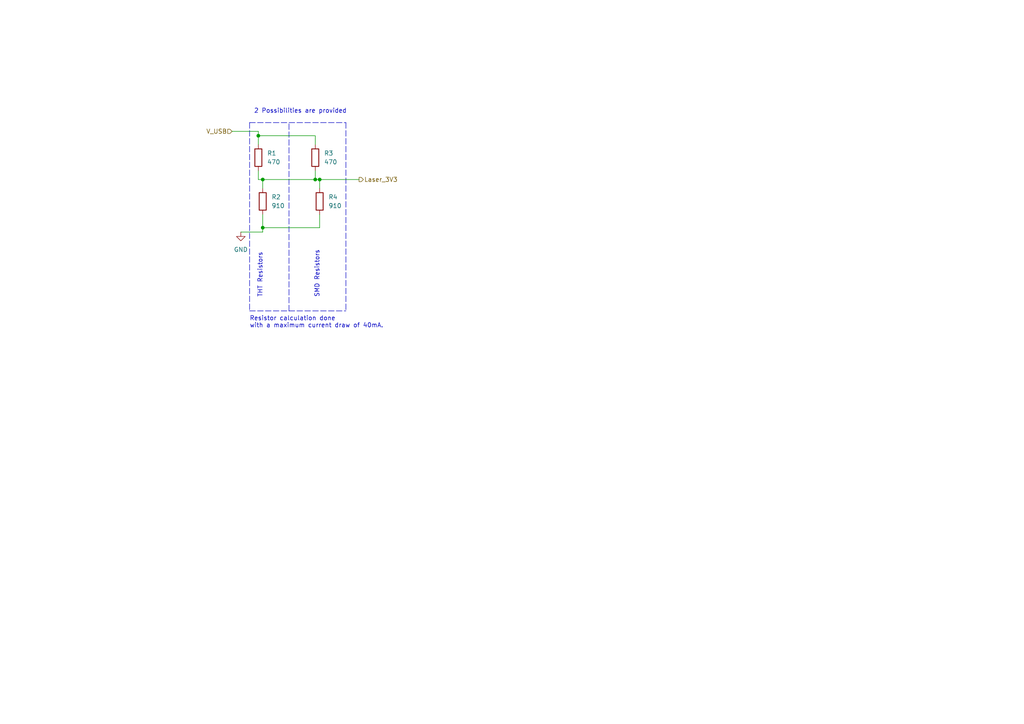
<source format=kicad_sch>
(kicad_sch (version 20211123) (generator eeschema)
  (paper "A4")
  (title_block (title "RacingLapTimer") (date "2022-11-11") (rev "1"))
  (lib_symbols
    (symbol "Device:R" (pin_numbers hide) (pin_names (offset 0))
      (property "Reference" "R" (at 2.032 0 90))
      (property "Value" "R" (at 0 0 90))
      (symbol "R_0_1"
        (rectangle (start -1.016 -2.54) (end 1.016 2.54) (stroke (width 0.254)))
      )
      (symbol "R_1_1"
        (pin passive line (at 0 3.81 270) (length 1.27) (name "~") (number "1"))
        (pin passive line (at 0 -3.81 90) (length 1.27) (name "~") (number "2"))
      )
    )
    (symbol "power:GND" (power) (pin_names (offset 0))
      (property "Value" "GND" (at 0 -3.81 0))
      (symbol "GND_0_1"
        (polyline (pts (xy 0 0) (xy 0 -1.27) (xy 1.27 -1.27) (xy 0 -2.54) (xy -1.27 -1.27) (xy 0 -1.27)))
      )
      (symbol "GND_1_1"
        (pin power_in line (at 0 0 270) (length 0) hide (name "GND") (number "1"))
      )
    )
  )
  (junction (at 76.2 52.07))
  (junction (at 76.2 66.04))
  (junction (at 74.93 39.37))
  (junction (at 92.71 52.07))
  (junction (at 91.44 52.07))
  (wire (pts (xy 74.93 49.53) (xy 74.93 52.07)))
  (polyline (pts (xy 100.33 35.56) (xy 100.33 90.17)))
  (wire (pts (xy 91.44 39.37) (xy 74.93 39.37)))
  (wire (pts (xy 92.71 52.07) (xy 104.14 52.07)))
  (polyline (pts (xy 83.82 90.17) (xy 100.33 90.17)))
  (wire (pts (xy 91.44 39.37) (xy 91.44 41.91)))
  (polyline (pts (xy 72.39 35.56) (xy 100.33 35.56)))
  (wire (pts (xy 76.2 52.07) (xy 91.44 52.07)))
  (wire (pts (xy 76.2 52.07) (xy 76.2 54.61)))
  (wire (pts (xy 76.2 67.31) (xy 76.2 66.04)))
  (wire (pts (xy 74.93 38.1) (xy 74.93 39.37)))
  (wire (pts (xy 74.93 52.07) (xy 76.2 52.07)))
  (wire (pts (xy 92.71 62.23) (xy 92.71 66.04)))
  (wire (pts (xy 92.71 52.07) (xy 92.71 54.61)))
  (polyline (pts (xy 72.39 90.17) (xy 83.82 90.17)))
  (polyline (pts (xy 83.82 90.17) (xy 83.82 35.56)))
  (wire (pts (xy 76.2 66.04) (xy 92.71 66.04)))
  (wire (pts (xy 91.44 49.53) (xy 91.44 52.07)))
  (polyline (pts (xy 72.39 35.56) (xy 72.39 90.17)))
  (wire (pts (xy 76.2 62.23) (xy 76.2 66.04)))
  (wire (pts (xy 91.44 52.07) (xy 92.71 52.07)))
  (wire (pts (xy 74.93 39.37) (xy 74.93 41.91)))
  (wire (pts (xy 69.85 67.31) (xy 76.2 67.31)))
  (wire (pts (xy 67.31 38.1) (xy 74.93 38.1)))
  (text "SMD Resistors" (at 92.71 86.36 90) (effects (font (size 1.27 1.27)) (justify left bottom)))
  (text "2 Possibilities are provided" (at 73.66 33.02 0) (effects (font (size 1.27 1.27)) (justify left bottom)))
  (text "THT Resistors" (at 76.2 86.36 90) (effects (font (size 1.27 1.27)) (justify left bottom)))
  (text "Resistor calculation done \nwith a maximum current draw of 40mA." (at 72.39 95.25 0) (effects (font (size 1.27 1.27)) (justify left bottom)))
  (hierarchical_label "V_USB" (shape input) (at 67.31 38.1 180))
  (hierarchical_label "Laser_3V3" (shape output) (at 104.14 52.07 0))
  (symbol (lib_id "Device:R") (at 74.93 45.72 0) (unit 1)
    (property "Reference" "R1" (at 77.47 44.4499 0) (effects (justify left)))
    (property "Value" "470" (at 77.47 46.9899 0) (effects (justify left)))
    (property "Footprint" "Resistor_THT:R_Axial_DIN0411_L9.9mm_D3.6mm_P15.24mm_Horizontal" (effects hide))
  )
  (symbol (lib_id "power:GND") (at 69.85 67.31 0) (unit 1)
    (property "Reference" "#PWR02" (effects hide))
    (property "Value" "GND" (at 69.85 72.39 0))
  )
  (symbol (lib_id "Device:R") (at 92.71 58.42 0) (unit 1)
    (property "Reference" "R4" (at 95.25 57.1499 0) (effects (justify left)))
    (property "Value" "910" (at 95.25 59.6899 0) (effects (justify left)))
    (property "Footprint" "Resistor_SMD:R_1206_3216Metric" (effects hide))
  )
  (symbol (lib_id "Device:R") (at 91.44 45.72 0) (unit 1)
    (property "Reference" "R3" (at 93.98 44.4499 0) (effects (justify left)))
    (property "Value" "470" (at 93.98 46.9899 0) (effects (justify left)))
    (property "Footprint" "Resistor_SMD:R_1206_3216Metric" (effects hide))
  )
  (symbol (lib_id "Device:R") (at 76.2 58.42 0) (unit 1)
    (property "Reference" "R2" (at 78.74 57.1499 0) (effects (justify left)))
    (property "Value" "910" (at 78.74 59.6899 0) (effects (justify left)))
    (property "Footprint" "Resistor_THT:R_Axial_DIN0411_L9.9mm_D3.6mm_P15.24mm_Horizontal" (effects hide))
  )
)
</source>
